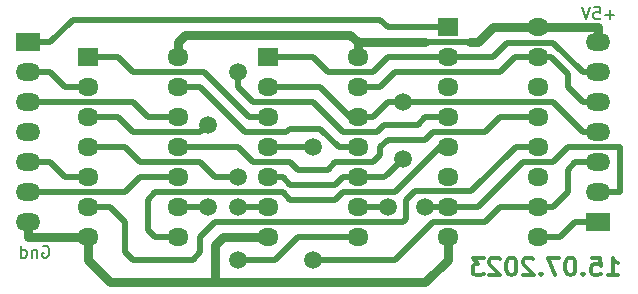
<source format=gbr>
%TF.GenerationSoftware,KiCad,Pcbnew,(5.1.8)-1*%
%TF.CreationDate,2024-01-14T12:38:51+03:00*%
%TF.ProjectId,Toggle,546f6767-6c65-42e6-9b69-6361645f7063,rev?*%
%TF.SameCoordinates,Original*%
%TF.FileFunction,Copper,L2,Bot*%
%TF.FilePolarity,Positive*%
%FSLAX46Y46*%
G04 Gerber Fmt 4.6, Leading zero omitted, Abs format (unit mm)*
G04 Created by KiCad (PCBNEW (5.1.8)-1) date 2024-01-14 12:38:51*
%MOMM*%
%LPD*%
G01*
G04 APERTURE LIST*
%TA.AperFunction,NonConductor*%
%ADD10C,0.150000*%
%TD*%
%TA.AperFunction,NonConductor*%
%ADD11C,0.300000*%
%TD*%
%TA.AperFunction,ComponentPad*%
%ADD12R,2.100000X1.500000*%
%TD*%
%TA.AperFunction,ComponentPad*%
%ADD13O,2.100000X1.500000*%
%TD*%
%TA.AperFunction,ComponentPad*%
%ADD14R,1.800000X1.500000*%
%TD*%
%TA.AperFunction,ComponentPad*%
%ADD15O,1.800000X1.500000*%
%TD*%
%TA.AperFunction,ViaPad*%
%ADD16C,1.500000*%
%TD*%
%TA.AperFunction,Conductor*%
%ADD17C,0.500000*%
%TD*%
%TA.AperFunction,Conductor*%
%ADD18C,0.800000*%
%TD*%
G04 APERTURE END LIST*
D10*
X62372714Y-10993428D02*
X61610809Y-10993428D01*
X61991761Y-11374380D02*
X61991761Y-10612476D01*
X60658428Y-10374380D02*
X61134619Y-10374380D01*
X61182238Y-10850571D01*
X61134619Y-10802952D01*
X61039380Y-10755333D01*
X60801285Y-10755333D01*
X60706047Y-10802952D01*
X60658428Y-10850571D01*
X60610809Y-10945809D01*
X60610809Y-11183904D01*
X60658428Y-11279142D01*
X60706047Y-11326761D01*
X60801285Y-11374380D01*
X61039380Y-11374380D01*
X61134619Y-11326761D01*
X61182238Y-11279142D01*
X60325095Y-10374380D02*
X59991761Y-11374380D01*
X59658428Y-10374380D01*
X13977857Y-30615000D02*
X14073095Y-30567380D01*
X14215952Y-30567380D01*
X14358809Y-30615000D01*
X14454047Y-30710238D01*
X14501666Y-30805476D01*
X14549285Y-30995952D01*
X14549285Y-31138809D01*
X14501666Y-31329285D01*
X14454047Y-31424523D01*
X14358809Y-31519761D01*
X14215952Y-31567380D01*
X14120714Y-31567380D01*
X13977857Y-31519761D01*
X13930238Y-31472142D01*
X13930238Y-31138809D01*
X14120714Y-31138809D01*
X13501666Y-30900714D02*
X13501666Y-31567380D01*
X13501666Y-30995952D02*
X13454047Y-30948333D01*
X13358809Y-30900714D01*
X13215952Y-30900714D01*
X13120714Y-30948333D01*
X13073095Y-31043571D01*
X13073095Y-31567380D01*
X12168333Y-31567380D02*
X12168333Y-30567380D01*
X12168333Y-31519761D02*
X12263571Y-31567380D01*
X12454047Y-31567380D01*
X12549285Y-31519761D01*
X12596904Y-31472142D01*
X12644523Y-31376904D01*
X12644523Y-31091190D01*
X12596904Y-30995952D01*
X12549285Y-30948333D01*
X12454047Y-30900714D01*
X12263571Y-30900714D01*
X12168333Y-30948333D01*
D11*
X61800714Y-33063571D02*
X62657857Y-33063571D01*
X62229285Y-33063571D02*
X62229285Y-31563571D01*
X62372142Y-31777857D01*
X62515000Y-31920714D01*
X62657857Y-31992142D01*
X60443571Y-31563571D02*
X61157857Y-31563571D01*
X61229285Y-32277857D01*
X61157857Y-32206428D01*
X61015000Y-32135000D01*
X60657857Y-32135000D01*
X60515000Y-32206428D01*
X60443571Y-32277857D01*
X60372142Y-32420714D01*
X60372142Y-32777857D01*
X60443571Y-32920714D01*
X60515000Y-32992142D01*
X60657857Y-33063571D01*
X61015000Y-33063571D01*
X61157857Y-32992142D01*
X61229285Y-32920714D01*
X59729285Y-32920714D02*
X59657857Y-32992142D01*
X59729285Y-33063571D01*
X59800714Y-32992142D01*
X59729285Y-32920714D01*
X59729285Y-33063571D01*
X58729285Y-31563571D02*
X58586428Y-31563571D01*
X58443571Y-31635000D01*
X58372142Y-31706428D01*
X58300714Y-31849285D01*
X58229285Y-32135000D01*
X58229285Y-32492142D01*
X58300714Y-32777857D01*
X58372142Y-32920714D01*
X58443571Y-32992142D01*
X58586428Y-33063571D01*
X58729285Y-33063571D01*
X58872142Y-32992142D01*
X58943571Y-32920714D01*
X59015000Y-32777857D01*
X59086428Y-32492142D01*
X59086428Y-32135000D01*
X59015000Y-31849285D01*
X58943571Y-31706428D01*
X58872142Y-31635000D01*
X58729285Y-31563571D01*
X57729285Y-31563571D02*
X56729285Y-31563571D01*
X57372142Y-33063571D01*
X56157857Y-32920714D02*
X56086428Y-32992142D01*
X56157857Y-33063571D01*
X56229285Y-32992142D01*
X56157857Y-32920714D01*
X56157857Y-33063571D01*
X55515000Y-31706428D02*
X55443571Y-31635000D01*
X55300714Y-31563571D01*
X54943571Y-31563571D01*
X54800714Y-31635000D01*
X54729285Y-31706428D01*
X54657857Y-31849285D01*
X54657857Y-31992142D01*
X54729285Y-32206428D01*
X55586428Y-33063571D01*
X54657857Y-33063571D01*
X53729285Y-31563571D02*
X53586428Y-31563571D01*
X53443571Y-31635000D01*
X53372142Y-31706428D01*
X53300714Y-31849285D01*
X53229285Y-32135000D01*
X53229285Y-32492142D01*
X53300714Y-32777857D01*
X53372142Y-32920714D01*
X53443571Y-32992142D01*
X53586428Y-33063571D01*
X53729285Y-33063571D01*
X53872142Y-32992142D01*
X53943571Y-32920714D01*
X54015000Y-32777857D01*
X54086428Y-32492142D01*
X54086428Y-32135000D01*
X54015000Y-31849285D01*
X53943571Y-31706428D01*
X53872142Y-31635000D01*
X53729285Y-31563571D01*
X52657857Y-31706428D02*
X52586428Y-31635000D01*
X52443571Y-31563571D01*
X52086428Y-31563571D01*
X51943571Y-31635000D01*
X51872142Y-31706428D01*
X51800714Y-31849285D01*
X51800714Y-31992142D01*
X51872142Y-32206428D01*
X52729285Y-33063571D01*
X51800714Y-33063571D01*
X51300714Y-31563571D02*
X50372142Y-31563571D01*
X50872142Y-32135000D01*
X50657857Y-32135000D01*
X50515000Y-32206428D01*
X50443571Y-32277857D01*
X50372142Y-32420714D01*
X50372142Y-32777857D01*
X50443571Y-32920714D01*
X50515000Y-32992142D01*
X50657857Y-33063571D01*
X51086428Y-33063571D01*
X51229285Y-32992142D01*
X51300714Y-32920714D01*
D12*
%TO.P,J1,1*%
%TO.N,/~MR*%
X12700000Y-13335000D03*
D13*
%TO.P,J1,2*%
%TO.N,/D0*%
X12700000Y-15875000D03*
%TO.P,J1,3*%
%TO.N,/D1*%
X12700000Y-18415000D03*
%TO.P,J1,4*%
%TO.N,Net-(J1-Pad4)*%
X12700000Y-20955000D03*
%TO.P,J1,5*%
%TO.N,/D2*%
X12700000Y-23495000D03*
%TO.P,J1,6*%
%TO.N,/D3*%
X12700000Y-26035000D03*
%TO.P,J1,7*%
%TO.N,GND*%
X12700000Y-28575000D03*
%TD*%
%TO.P,J2,7*%
%TO.N,VCC*%
X60960000Y-13335000D03*
%TO.P,J2,6*%
%TO.N,/Q0*%
X60960000Y-15875000D03*
%TO.P,J2,5*%
%TO.N,/Q1*%
X60960000Y-18415000D03*
%TO.P,J2,4*%
%TO.N,/Toggle*%
X60960000Y-20955000D03*
%TO.P,J2,3*%
%TO.N,/Q2*%
X60960000Y-23495000D03*
%TO.P,J2,2*%
%TO.N,/Q3*%
X60960000Y-26035000D03*
D12*
%TO.P,J2,1*%
%TO.N,/C*%
X60960000Y-28575000D03*
%TD*%
D14*
%TO.P,U1,1*%
%TO.N,/Q0*%
X33020000Y-14605000D03*
D15*
%TO.P,U1,8*%
%TO.N,Net-(U1-Pad8)*%
X40640000Y-29845000D03*
%TO.P,U1,2*%
%TO.N,/Toggle*%
X33020000Y-17145000D03*
%TO.P,U1,9*%
%TO.N,/Q3*%
X40640000Y-27305000D03*
%TO.P,U1,3*%
%TO.N,Net-(U1-Pad3)*%
X33020000Y-19685000D03*
%TO.P,U1,10*%
%TO.N,/Toggle*%
X40640000Y-24765000D03*
%TO.P,U1,4*%
%TO.N,/Q2*%
X33020000Y-22225000D03*
%TO.P,U1,11*%
%TO.N,Net-(U1-Pad11)*%
X40640000Y-22225000D03*
%TO.P,U1,5*%
%TO.N,/Toggle*%
X33020000Y-24765000D03*
%TO.P,U1,12*%
X40640000Y-19685000D03*
%TO.P,U1,6*%
%TO.N,Net-(U1-Pad6)*%
X33020000Y-27305000D03*
%TO.P,U1,13*%
%TO.N,/Q1*%
X40640000Y-17145000D03*
%TO.P,U1,7*%
%TO.N,GND*%
X33020000Y-29845000D03*
%TO.P,U1,14*%
%TO.N,VCC*%
X40640000Y-14605000D03*
%TD*%
%TO.P,U2,14*%
%TO.N,VCC*%
X25400000Y-14605000D03*
%TO.P,U2,7*%
%TO.N,GND*%
X17780000Y-29845000D03*
%TO.P,U2,13*%
%TO.N,Net-(U1-Pad11)*%
X25400000Y-17145000D03*
%TO.P,U2,6*%
%TO.N,/M2*%
X17780000Y-27305000D03*
%TO.P,U2,12*%
%TO.N,/D1*%
X25400000Y-19685000D03*
%TO.P,U2,5*%
%TO.N,/D2*%
X17780000Y-24765000D03*
%TO.P,U2,11*%
%TO.N,/M1*%
X25400000Y-22225000D03*
%TO.P,U2,4*%
%TO.N,Net-(U1-Pad6)*%
X17780000Y-22225000D03*
%TO.P,U2,10*%
%TO.N,/D3*%
X25400000Y-24765000D03*
%TO.P,U2,3*%
%TO.N,/M0*%
X17780000Y-19685000D03*
%TO.P,U2,9*%
%TO.N,Net-(U1-Pad8)*%
X25400000Y-27305000D03*
%TO.P,U2,2*%
%TO.N,/D0*%
X17780000Y-17145000D03*
%TO.P,U2,8*%
%TO.N,/M3*%
X25400000Y-29845000D03*
D14*
%TO.P,U2,1*%
%TO.N,Net-(U1-Pad3)*%
X17780000Y-14605000D03*
%TD*%
%TO.P,U3,1*%
%TO.N,/~MR*%
X48260000Y-12065000D03*
D15*
%TO.P,U3,9*%
%TO.N,/C*%
X55880000Y-29845000D03*
%TO.P,U3,2*%
%TO.N,/Q0*%
X48260000Y-14605000D03*
%TO.P,U3,10*%
%TO.N,/Q2*%
X55880000Y-27305000D03*
%TO.P,U3,3*%
%TO.N,Net-(U3-Pad3)*%
X48260000Y-17145000D03*
%TO.P,U3,11*%
%TO.N,Net-(U3-Pad11)*%
X55880000Y-24765000D03*
%TO.P,U3,4*%
%TO.N,/M0*%
X48260000Y-19685000D03*
%TO.P,U3,12*%
%TO.N,/M2*%
X55880000Y-22225000D03*
%TO.P,U3,5*%
%TO.N,/M3*%
X48260000Y-22225000D03*
%TO.P,U3,13*%
%TO.N,/M1*%
X55880000Y-19685000D03*
%TO.P,U3,6*%
%TO.N,Net-(U3-Pad6)*%
X48260000Y-24765000D03*
%TO.P,U3,14*%
%TO.N,Net-(U3-Pad14)*%
X55880000Y-17145000D03*
%TO.P,U3,7*%
%TO.N,/Q3*%
X48260000Y-27305000D03*
%TO.P,U3,15*%
%TO.N,/Q1*%
X55880000Y-14605000D03*
%TO.P,U3,8*%
%TO.N,GND*%
X48260000Y-29845000D03*
%TO.P,U3,16*%
%TO.N,VCC*%
X55880000Y-12065000D03*
%TD*%
D16*
%TO.N,/Q2*%
X36830000Y-31750000D03*
X36830000Y-22225000D03*
%TO.N,/Q3*%
X43180000Y-27305000D03*
X46355000Y-27305000D03*
%TO.N,/Toggle*%
X44450000Y-18415000D03*
X44450000Y-23177500D03*
%TO.N,Net-(U1-Pad8)*%
X30480000Y-31750000D03*
X27940000Y-27305000D03*
%TO.N,Net-(U1-Pad6)*%
X30480000Y-27305000D03*
X30480000Y-24765000D03*
%TO.N,/M0*%
X30480000Y-15875000D03*
X27940000Y-20320000D03*
%TD*%
D17*
%TO.N,/~MR*%
X43180000Y-12065000D02*
X48260000Y-12065000D01*
X42545000Y-11430000D02*
X43180000Y-12065000D01*
X16510000Y-11430000D02*
X42545000Y-11430000D01*
X14605000Y-13335000D02*
X16510000Y-11430000D01*
X12700000Y-13335000D02*
X14605000Y-13335000D01*
%TO.N,/D0*%
X14605000Y-15875000D02*
X12700000Y-15875000D01*
X15875000Y-17145000D02*
X14605000Y-15875000D01*
X17780000Y-17145000D02*
X15875000Y-17145000D01*
%TO.N,/D1*%
X22860000Y-19685000D02*
X25400000Y-19685000D01*
X21590000Y-18415000D02*
X22860000Y-19685000D01*
X12700000Y-18415000D02*
X21590000Y-18415000D01*
%TO.N,/D2*%
X14605000Y-23495000D02*
X12700000Y-23495000D01*
X15875000Y-24765000D02*
X14605000Y-23495000D01*
X17780000Y-24765000D02*
X15875000Y-24765000D01*
%TO.N,/D3*%
X22225000Y-24765000D02*
X25400000Y-24765000D01*
X20955000Y-26035000D02*
X22225000Y-24765000D01*
X12700000Y-26035000D02*
X20955000Y-26035000D01*
%TO.N,/C*%
X59690000Y-28575000D02*
X60960000Y-28575000D01*
X59055000Y-28575000D02*
X59690000Y-28575000D01*
X57785000Y-29845000D02*
X59055000Y-28575000D01*
X55880000Y-29845000D02*
X57785000Y-29845000D01*
D18*
%TO.N,GND*%
X17780000Y-29845000D02*
X17780000Y-31750000D01*
X28575000Y-33655000D02*
X46355000Y-33655000D01*
X48260000Y-31750000D02*
X48260000Y-29845000D01*
X46355000Y-33655000D02*
X48260000Y-31750000D01*
X17780000Y-29845000D02*
X13970000Y-29845000D01*
X12700000Y-28575000D02*
X12700000Y-29845000D01*
X12700000Y-29845000D02*
X13970000Y-29845000D01*
X20320000Y-33655000D02*
X28575000Y-33655000D01*
X33020000Y-29845000D02*
X29210000Y-29845000D01*
X28575000Y-30480000D02*
X28575000Y-33655000D01*
X29210000Y-29845000D02*
X28575000Y-30480000D01*
X19685000Y-33655000D02*
X20320000Y-33655000D01*
X17780000Y-31750000D02*
X19685000Y-33655000D01*
%TO.N,VCC*%
X55880000Y-12065000D02*
X60960000Y-12065000D01*
X26035000Y-12700000D02*
X40005000Y-12700000D01*
X40005000Y-12700000D02*
X40640000Y-13335000D01*
X25400000Y-13335000D02*
X26035000Y-12700000D01*
X25400000Y-14605000D02*
X25400000Y-13335000D01*
X40640000Y-13335000D02*
X40640000Y-14605000D01*
X40640000Y-13335000D02*
X46355000Y-13335000D01*
X50165000Y-13335000D02*
X50800000Y-13335000D01*
D17*
X50165000Y-13335000D02*
X40640000Y-13335000D01*
D18*
X50800000Y-13335000D02*
X52070000Y-12065000D01*
X52070000Y-12065000D02*
X55880000Y-12065000D01*
X60960000Y-12065000D02*
X60960000Y-13335000D01*
D17*
%TO.N,/Q0*%
X52070000Y-14605000D02*
X53270010Y-13404990D01*
X48260000Y-14605000D02*
X52070000Y-14605000D01*
X43180000Y-14605000D02*
X48260000Y-14605000D01*
X41910000Y-15875000D02*
X43180000Y-14605000D01*
X38100000Y-15875000D02*
X41910000Y-15875000D01*
X36830000Y-14605000D02*
X38100000Y-15875000D01*
X33020000Y-14605000D02*
X36830000Y-14605000D01*
X60960000Y-15875000D02*
X59690000Y-15875000D01*
X59690000Y-15875000D02*
X57219990Y-13404990D01*
X53270010Y-13404990D02*
X57219990Y-13404990D01*
%TO.N,/Q1*%
X42545000Y-17145000D02*
X40640000Y-17145000D01*
X43815000Y-15875000D02*
X42545000Y-17145000D01*
X52705000Y-15875000D02*
X43815000Y-15875000D01*
X53975000Y-14605000D02*
X52705000Y-15875000D01*
X55880000Y-14605000D02*
X53975000Y-14605000D01*
X58420000Y-17145000D02*
X59690000Y-18415000D01*
X58420000Y-16019700D02*
X58420000Y-17145000D01*
X59690000Y-18415000D02*
X60960000Y-18415000D01*
X57005300Y-14605000D02*
X58420000Y-16019700D01*
X55880000Y-14605000D02*
X57005300Y-14605000D01*
%TO.N,/Q2*%
X33020000Y-22225000D02*
X36830000Y-22225000D01*
X36195000Y-22225000D02*
X36195000Y-22225000D01*
X57150000Y-27305000D02*
X55880000Y-27305000D01*
X43815000Y-31750000D02*
X36830000Y-31750000D01*
X51435000Y-28575000D02*
X46990000Y-28575000D01*
X52705000Y-27305000D02*
X51435000Y-28575000D01*
X46990000Y-28575000D02*
X43815000Y-31750000D01*
X55880000Y-27305000D02*
X52705000Y-27305000D01*
X60960000Y-23495000D02*
X59055000Y-23495000D01*
X59055000Y-23495000D02*
X58420000Y-24130000D01*
X58420000Y-24130000D02*
X58420000Y-26035000D01*
X57150000Y-27305000D02*
X58420000Y-26035000D01*
%TO.N,/Q3*%
X40640000Y-27305000D02*
X43180000Y-27305000D01*
X46355000Y-27305000D02*
X48260000Y-27305000D01*
X62865000Y-22225000D02*
X62865000Y-26035000D01*
X62865000Y-26035000D02*
X60960000Y-26035000D01*
X50800000Y-27305000D02*
X54610000Y-23495000D01*
X48260000Y-27305000D02*
X50800000Y-27305000D01*
X57150000Y-23495000D02*
X58102500Y-22542500D01*
X54610000Y-23495000D02*
X57150000Y-23495000D01*
X58420000Y-22225000D02*
X58102500Y-22542500D01*
X62865000Y-22225000D02*
X58420000Y-22225000D01*
%TO.N,/Toggle*%
X40005000Y-19685000D02*
X40640000Y-19685000D01*
X37465000Y-17145000D02*
X40005000Y-19685000D01*
X33020000Y-17145000D02*
X37465000Y-17145000D01*
X43180000Y-24447500D02*
X44450000Y-23177500D01*
X42862500Y-24765000D02*
X43180000Y-24447500D01*
X40640000Y-24765000D02*
X42862500Y-24765000D01*
X57150000Y-18415000D02*
X59690000Y-20955000D01*
X59690000Y-20955000D02*
X60960000Y-20955000D01*
X43180000Y-18415000D02*
X57150000Y-18415000D01*
X41910000Y-19685000D02*
X43180000Y-18415000D01*
X40640000Y-19685000D02*
X41910000Y-19685000D01*
X34290000Y-24765000D02*
X34925000Y-25400000D01*
X33020000Y-24765000D02*
X34290000Y-24765000D01*
X34925000Y-25400000D02*
X38735000Y-25400000D01*
X38735000Y-25400000D02*
X39370000Y-24765000D01*
X39370000Y-24765000D02*
X40640000Y-24765000D01*
%TO.N,Net-(U1-Pad8)*%
X25400000Y-27305000D02*
X27940000Y-27305000D01*
X27940000Y-27305000D02*
X27940000Y-27305000D01*
X33655000Y-31750000D02*
X30480000Y-31750000D01*
X35560000Y-29845000D02*
X33655000Y-31750000D01*
X40640000Y-29845000D02*
X35560000Y-29845000D01*
%TO.N,Net-(U1-Pad3)*%
X31750000Y-19685000D02*
X33020000Y-19685000D01*
X31432500Y-19685000D02*
X31750000Y-19685000D01*
X27622500Y-15875000D02*
X31432500Y-19685000D01*
X21590000Y-15875000D02*
X27622500Y-15875000D01*
X20320000Y-14605000D02*
X21590000Y-15875000D01*
X17780000Y-14605000D02*
X20320000Y-14605000D01*
%TO.N,Net-(U1-Pad11)*%
X39052500Y-22225000D02*
X40640000Y-22225000D01*
X37465000Y-20637500D02*
X39052500Y-22225000D01*
X34925000Y-20637500D02*
X37465000Y-20637500D01*
X34607500Y-20955000D02*
X34925000Y-20637500D01*
X31115000Y-20955000D02*
X34607500Y-20955000D01*
X27305000Y-17145000D02*
X31115000Y-20955000D01*
X25400000Y-17145000D02*
X27305000Y-17145000D01*
%TO.N,Net-(U1-Pad6)*%
X33020000Y-27305000D02*
X30480000Y-27305000D01*
X17780000Y-22225000D02*
X20955000Y-22225000D01*
X20955000Y-22225000D02*
X22225000Y-23495000D01*
X28575000Y-24765000D02*
X27305000Y-23495000D01*
X30480000Y-24765000D02*
X28575000Y-24765000D01*
X22225000Y-23495000D02*
X27305000Y-23495000D01*
%TO.N,/M2*%
X19685000Y-27305000D02*
X17780000Y-27305000D01*
X20955000Y-28575000D02*
X19685000Y-27305000D01*
X54009000Y-22225000D02*
X50268990Y-25965010D01*
X44767500Y-26670000D02*
X44767500Y-28257500D01*
X55880000Y-22225000D02*
X54009000Y-22225000D01*
X20955000Y-31115000D02*
X20955000Y-28575000D01*
X50268990Y-25965010D02*
X45472490Y-25965010D01*
X45472490Y-25965010D02*
X44767500Y-26670000D01*
X44767500Y-28257500D02*
X44450000Y-28575000D01*
X44450000Y-28575000D02*
X28575000Y-28575000D01*
X28575000Y-28575000D02*
X27305000Y-29845000D01*
X27305000Y-29845000D02*
X27305000Y-31115000D01*
X27305000Y-31115000D02*
X26670000Y-31750000D01*
X21590000Y-31750000D02*
X20955000Y-31115000D01*
X26670000Y-31750000D02*
X21590000Y-31750000D01*
%TO.N,/M1*%
X42545000Y-22225000D02*
X42545000Y-22225000D01*
X52705000Y-19685000D02*
X55880000Y-19685000D01*
X51435000Y-20955000D02*
X52705000Y-19685000D01*
X25400000Y-22225000D02*
X30480000Y-22225000D01*
X31750000Y-23495000D02*
X34925000Y-23495000D01*
X38100000Y-24130000D02*
X38735000Y-23495000D01*
X34925000Y-23495000D02*
X35560000Y-24130000D01*
X35560000Y-24130000D02*
X38100000Y-24130000D01*
X41910000Y-23495000D02*
X42545000Y-22860000D01*
X38735000Y-23495000D02*
X41910000Y-23495000D01*
X30480000Y-22225000D02*
X31750000Y-23495000D01*
X43180000Y-21590000D02*
X46355000Y-21590000D01*
X42545000Y-22860000D02*
X42545000Y-22225000D01*
X46355000Y-21590000D02*
X46990000Y-20955000D01*
X42545000Y-22225000D02*
X43180000Y-21590000D01*
X46990000Y-20955000D02*
X51435000Y-20955000D01*
%TO.N,/M0*%
X30480000Y-15875000D02*
X30480000Y-15875000D01*
X46355000Y-19685000D02*
X48260000Y-19685000D01*
X42899963Y-20320000D02*
X45720000Y-20320000D01*
X42264963Y-20955000D02*
X42899963Y-20320000D01*
X39370000Y-20955000D02*
X42264963Y-20955000D01*
X36830000Y-18415000D02*
X39370000Y-20955000D01*
X31750000Y-18415000D02*
X36830000Y-18415000D01*
X45720000Y-20320000D02*
X46355000Y-19685000D01*
X30480000Y-17145000D02*
X31750000Y-18415000D01*
X30480000Y-15875000D02*
X30480000Y-17145000D01*
X17780000Y-19685000D02*
X20320000Y-19685000D01*
X20320000Y-19685000D02*
X21590000Y-20955000D01*
X27940000Y-20320000D02*
X27305000Y-20955000D01*
X21590000Y-20955000D02*
X27305000Y-20955000D01*
%TO.N,/M3*%
X23495000Y-29845000D02*
X25400000Y-29845000D01*
X22860000Y-29210000D02*
X23495000Y-29845000D01*
X22860000Y-26670000D02*
X22860000Y-29210000D01*
X23495000Y-26035000D02*
X22860000Y-26670000D01*
X47625000Y-22225000D02*
X43815000Y-26035000D01*
X48260000Y-22225000D02*
X47625000Y-22225000D01*
X34290000Y-26035000D02*
X34925000Y-26670000D01*
X34290000Y-26035000D02*
X23495000Y-26035000D01*
X34925000Y-26670000D02*
X38735000Y-26670000D01*
X38735000Y-26670000D02*
X39370000Y-26035000D01*
X43815000Y-26035000D02*
X39370000Y-26035000D01*
%TD*%
M02*

</source>
